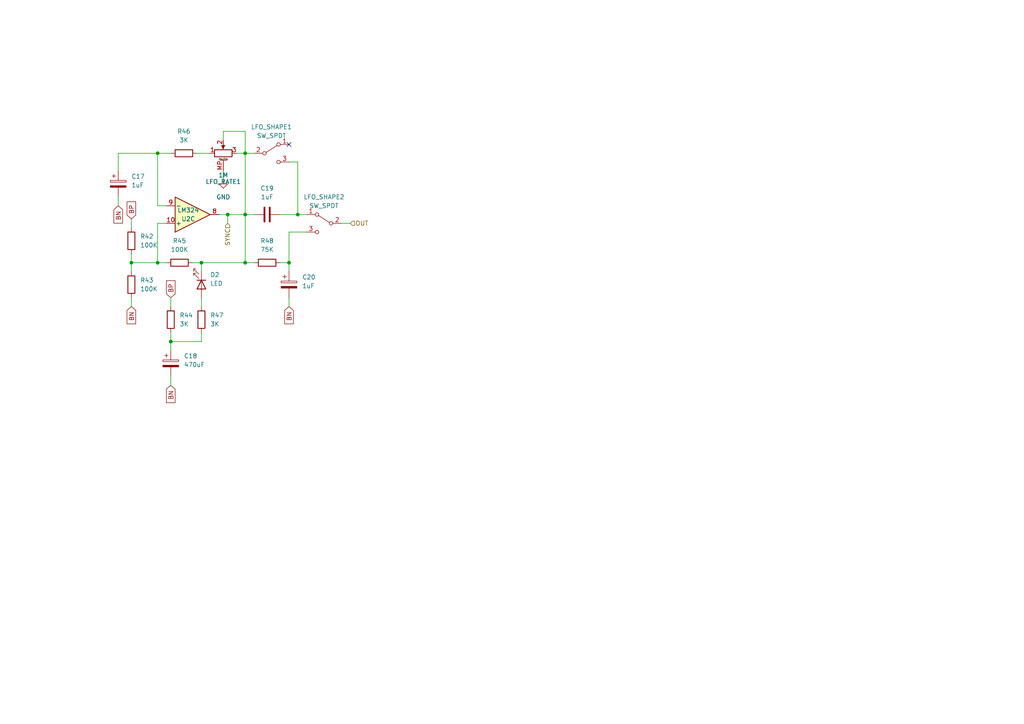
<source format=kicad_sch>
(kicad_sch (version 20230121) (generator eeschema)
  (paper "A4")
  (lib_symbols
    (symbol "Amplifier_Operational:LM324" (pin_names (offset 0.127))
      (property "Reference" "U" (at 0 5.08 0))
      (property "Value" "LM324" (at 0 -5.08 0))
      (symbol "LM324_1_1"
        (polyline (pts (xy -5.08 5.08) (xy 5.08 0) (xy -5.08 -5.08) (xy -5.08 5.08)) (stroke (width 0.254)) (fill (type background)))
        (pin output line (at 7.62 0 180) (length 2.54) (name "~") (number "1"))
        (pin input line (at -7.62 -2.54 0) (length 2.54) (name "-") (number "2"))
        (pin input line (at -7.62 2.54 0) (length 2.54) (name "+") (number "3"))
      )
      (symbol "LM324_2_1"
        (polyline (pts (xy -5.08 5.08) (xy 5.08 0) (xy -5.08 -5.08) (xy -5.08 5.08)) (stroke (width 0.254)) (fill (type background)))
        (pin input line (at -7.62 2.54 0) (length 2.54) (name "+") (number "5"))
        (pin input line (at -7.62 -2.54 0) (length 2.54) (name "-") (number "6"))
        (pin output line (at 7.62 0 180) (length 2.54) (name "~") (number "7"))
      )
      (symbol "LM324_3_1"
        (polyline (pts (xy -5.08 5.08) (xy 5.08 0) (xy -5.08 -5.08) (xy -5.08 5.08)) (stroke (width 0.254)) (fill (type background)))
        (pin input line (at -7.62 2.54 0) (length 2.54) (name "+") (number "10"))
        (pin output line (at 7.62 0 180) (length 2.54) (name "~") (number "8"))
        (pin input line (at -7.62 -2.54 0) (length 2.54) (name "-") (number "9"))
      )
      (symbol "LM324_4_1"
        (polyline (pts (xy -5.08 5.08) (xy 5.08 0) (xy -5.08 -5.08) (xy -5.08 5.08)) (stroke (width 0.254)) (fill (type background)))
        (pin input line (at -7.62 2.54 0) (length 2.54) (name "+") (number "12"))
        (pin input line (at -7.62 -2.54 0) (length 2.54) (name "-") (number "13"))
        (pin output line (at 7.62 0 180) (length 2.54) (name "~") (number "14"))
      )
      (symbol "LM324_5_1"
        (pin power_in line (at -2.54 -7.62 90) (length 3.81) (name "V-") (number "11"))
        (pin power_in line (at -2.54 7.62 270) (length 3.81) (name "V+") (number "4"))
      )
    )
    (symbol "Device:C" (pin_numbers hide) (pin_names (offset 0.254))
      (property "Reference" "C" (at 0.635 2.54 0))
      (property "Value" "C" (at 0.635 -2.54 0))
      (symbol "C_0_1"
        (polyline (pts (xy -2.032 -0.762) (xy 2.032 -0.762)) (stroke (width 0.508)))
        (polyline (pts (xy -2.032 0.762) (xy 2.032 0.762)) (stroke (width 0.508)))
      )
      (symbol "C_1_1"
        (pin passive line (at 0 3.81 270) (length 2.794) (name "~") (number "1"))
        (pin passive line (at 0 -3.81 90) (length 2.794) (name "~") (number "2"))
      )
    )
    (symbol "Device:C_Polarized" (pin_numbers hide) (pin_names (offset 0.254))
      (property "Reference" "C" (at 0.635 2.54 0))
      (property "Value" "C_Polarized" (at 0.635 -2.54 0))
      (symbol "C_Polarized_0_1"
        (rectangle (start -2.286 0.508) (end 2.286 1.016))
        (polyline (pts (xy -1.778 2.286) (xy -0.762 2.286)))
        (polyline (pts (xy -1.27 2.794) (xy -1.27 1.778)))
        (rectangle (start 2.286 -0.508) (end -2.286 -1.016) (fill (type outline)))
      )
      (symbol "C_Polarized_1_1"
        (pin passive line (at 0 3.81 270) (length 2.794) (name "~") (number "1"))
        (pin passive line (at 0 -3.81 90) (length 2.794) (name "~") (number "2"))
      )
    )
    (symbol "Device:LED" (pin_numbers hide) (pin_names (offset 1.016) hide)
      (property "Reference" "D" (at 0 2.54 0))
      (property "Value" "LED" (at 0 -2.54 0))
      (symbol "LED_0_1"
        (polyline (pts (xy -1.27 -1.27) (xy -1.27 1.27)) (stroke (width 0.254)))
        (polyline (pts (xy -1.27 0) (xy 1.27 0)))
        (polyline (pts (xy 1.27 -1.27) (xy 1.27 1.27) (xy -1.27 0) (xy 1.27 -1.27)) (stroke (width 0.254)))
        (polyline (pts (xy -3.048 -0.762) (xy -4.572 -2.286) (xy -3.81 -2.286) (xy -4.572 -2.286) (xy -4.572 -1.524)))
        (polyline (pts (xy -1.778 -0.762) (xy -3.302 -2.286) (xy -2.54 -2.286) (xy -3.302 -2.286) (xy -3.302 -1.524)))
      )
      (symbol "LED_1_1"
        (pin passive line (at -3.81 0 0) (length 2.54) (name "K") (number "1"))
        (pin passive line (at 3.81 0 180) (length 2.54) (name "A") (number "2"))
      )
    )
    (symbol "Device:R" (pin_numbers hide) (pin_names (offset 0))
      (property "Reference" "R" (at 2.032 0 90))
      (property "Value" "R" (at 0 0 90))
      (symbol "R_0_1"
        (rectangle (start -1.016 -2.54) (end 1.016 2.54) (stroke (width 0.254)))
      )
      (symbol "R_1_1"
        (pin passive line (at 0 3.81 270) (length 1.27) (name "~") (number "1"))
        (pin passive line (at 0 -3.81 90) (length 1.27) (name "~") (number "2"))
      )
    )
    (symbol "Device:R_Potentiometer_MountingPin" (pin_names (offset 1.016) hide)
      (property "Reference" "RV" (at -8.255 0 90))
      (property "Value" "R_Potentiometer_MountingPin" (at -6.35 0 90))
      (symbol "R_Potentiometer_MountingPin_0_1"
        (polyline (pts (xy 2.54 0) (xy 1.524 0)))
        (polyline (pts (xy 1.143 0) (xy 2.286 0.508) (xy 2.286 -0.508)) (fill (type outline)))
        (rectangle (start 1.016 2.54) (end -1.016 -2.54) (stroke (width 0.254)))
      )
      (symbol "R_Potentiometer_MountingPin_1_1"
        (polyline (pts (xy -2.032 1.016) (xy -2.032 -1.016)) (stroke (width 0.1524)))
        (text "Mounting" (at -1.651 0 900) (effects (font (size 0.381 0.381))))
        (pin passive line (at 0 3.81 270) (length 1.27) (name "1") (number "1"))
        (pin passive line (at 3.81 0 180) (length 1.27) (name "2") (number "2"))
        (pin passive line (at 0 -3.81 90) (length 1.27) (name "3") (number "3"))
        (pin passive line (at -5.08 0 0) (length 3.048) (name "MountPin") (number "MP"))
      )
    )
    (symbol "Switch:SW_SPDT" (pin_names (offset 0) hide)
      (property "Reference" "SW" (at 0 4.318 0))
      (property "Value" "SW_SPDT" (at 0 -5.08 0))
      (symbol "SW_SPDT_0_0"
        (circle (center -2.032 0) (radius 0.508))
        (circle (center 2.032 -2.54) (radius 0.508))
      )
      (symbol "SW_SPDT_0_1"
        (polyline (pts (xy -1.524 0.254) (xy 1.651 2.286)))
        (circle (center 2.032 2.54) (radius 0.508))
      )
      (symbol "SW_SPDT_1_1"
        (pin passive line (at 5.08 2.54 180) (length 2.54) (name "A") (number "1"))
        (pin passive line (at -5.08 0 0) (length 2.54) (name "B") (number "2"))
        (pin passive line (at 5.08 -2.54 180) (length 2.54) (name "C") (number "3"))
      )
    )
    (symbol "power:GND" (power) (pin_names (offset 0))
      (property "Value" "GND" (at 0 -3.81 0))
      (symbol "GND_0_1"
        (polyline (pts (xy 0 0) (xy 0 -1.27) (xy 1.27 -1.27) (xy 0 -2.54) (xy -1.27 -1.27) (xy 0 -1.27)))
      )
      (symbol "GND_1_1"
        (pin power_in line (at 0 0 270) (length 0) hide (name "GND") (number "1"))
      )
    )
  )
  (junction (at 66.04 62.23))
  (junction (at 71.12 76.2))
  (junction (at 38.1 76.2))
  (junction (at 45.72 76.2))
  (junction (at 45.72 44.45))
  (junction (at 86.36 62.23))
  (junction (at 58.42 76.2))
  (junction (at 71.12 62.23))
  (junction (at 49.53 99.06))
  (junction (at 71.12 44.45))
  (junction (at 83.82 76.2))
  (no_connect (at 83.82 41.91))
  (wire (pts (xy 45.72 64.77) (xy 45.72 76.2)))
  (wire (pts (xy 58.42 76.2) (xy 58.42 78.74)))
  (wire (pts (xy 83.82 76.2) (xy 81.28 76.2)))
  (wire (pts (xy 48.26 64.77) (xy 45.72 64.77)))
  (wire (pts (xy 58.42 96.52) (xy 58.42 99.06)))
  (wire (pts (xy 99.06 64.77) (xy 101.6 64.77)))
  (wire (pts (xy 66.04 62.23) (xy 66.04 64.77)))
  (wire (pts (xy 71.12 76.2) (xy 58.42 76.2)))
  (wire (pts (xy 49.53 96.52) (xy 49.53 99.06)))
  (wire (pts (xy 49.53 109.22) (xy 49.53 111.76)))
  (wire (pts (xy 71.12 62.23) (xy 66.04 62.23)))
  (wire (pts (xy 83.82 67.31) (xy 83.82 76.2)))
  (wire (pts (xy 49.53 99.06) (xy 49.53 101.6)))
  (wire (pts (xy 71.12 62.23) (xy 73.66 62.23)))
  (wire (pts (xy 81.28 62.23) (xy 86.36 62.23)))
  (wire (pts (xy 83.82 46.99) (xy 86.36 46.99)))
  (wire (pts (xy 83.82 86.36) (xy 83.82 88.9)))
  (wire (pts (xy 71.12 44.45) (xy 73.66 44.45)))
  (wire (pts (xy 71.12 76.2) (xy 73.66 76.2)))
  (wire (pts (xy 48.26 59.69) (xy 45.72 59.69)))
  (wire (pts (xy 64.77 38.1) (xy 71.12 38.1)))
  (wire (pts (xy 68.58 44.45) (xy 71.12 44.45)))
  (wire (pts (xy 38.1 76.2) (xy 38.1 78.74)))
  (wire (pts (xy 71.12 44.45) (xy 71.12 62.23)))
  (wire (pts (xy 45.72 76.2) (xy 48.26 76.2)))
  (wire (pts (xy 45.72 44.45) (xy 45.72 59.69)))
  (wire (pts (xy 58.42 86.36) (xy 58.42 88.9)))
  (wire (pts (xy 57.15 44.45) (xy 60.96 44.45)))
  (wire (pts (xy 38.1 63.5) (xy 38.1 66.04)))
  (wire (pts (xy 71.12 62.23) (xy 71.12 76.2)))
  (wire (pts (xy 64.77 49.53) (xy 64.77 52.07)))
  (wire (pts (xy 83.82 78.74) (xy 83.82 76.2)))
  (wire (pts (xy 38.1 86.36) (xy 38.1 88.9)))
  (wire (pts (xy 45.72 76.2) (xy 38.1 76.2)))
  (wire (pts (xy 45.72 44.45) (xy 49.53 44.45)))
  (wire (pts (xy 64.77 40.64) (xy 64.77 38.1)))
  (wire (pts (xy 66.04 62.23) (xy 63.5 62.23)))
  (wire (pts (xy 38.1 73.66) (xy 38.1 76.2)))
  (wire (pts (xy 86.36 46.99) (xy 86.36 62.23)))
  (wire (pts (xy 88.9 67.31) (xy 83.82 67.31)))
  (wire (pts (xy 49.53 86.36) (xy 49.53 88.9)))
  (wire (pts (xy 34.29 49.53) (xy 34.29 44.45)))
  (wire (pts (xy 55.88 76.2) (xy 58.42 76.2)))
  (wire (pts (xy 34.29 57.15) (xy 34.29 59.69)))
  (wire (pts (xy 58.42 99.06) (xy 49.53 99.06)))
  (wire (pts (xy 34.29 44.45) (xy 45.72 44.45)))
  (wire (pts (xy 86.36 62.23) (xy 88.9 62.23)))
  (wire (pts (xy 71.12 38.1) (xy 71.12 44.45)))
  (global_label "BN" (shape input) (at 83.82 88.9 270) (property "Intersheetrefs" "${INTERSHEET_REFS}" (effects hide)))
  (global_label "BP" (shape input) (at 38.1 63.5 90) (property "Intersheetrefs" "${INTERSHEET_REFS}" (effects hide)))
  (global_label "BN" (shape input) (at 34.29 59.69 270) (property "Intersheetrefs" "${INTERSHEET_REFS}" (effects hide)))
  (global_label "BP" (shape input) (at 49.53 86.36 90) (property "Intersheetrefs" "${INTERSHEET_REFS}" (effects hide)))
  (global_label "BN" (shape input) (at 49.53 111.76 270) (property "Intersheetrefs" "${INTERSHEET_REFS}" (effects hide)))
  (global_label "BN" (shape input) (at 38.1 88.9 270) (property "Intersheetrefs" "${INTERSHEET_REFS}" (effects hide)))
  (hierarchical_label "SYNC" (shape input) (at 66.04 64.77 270))
  (hierarchical_label "OUT" (shape input) (at 101.6 64.77 0))
  (symbol (lib_id "Device:C_Polarized") (at 49.53 105.41 0) (unit 1)
    (property "Reference" "C18" (at 53.34 103.251 0) (effects (justify left)))
    (property "Value" "470uF" (at 53.34 105.791 0) (effects (justify left)))
    (property "Footprint" "Capacitor_THT:CP_Radial_D8.0mm_P2.50mm" (effects hide))
  )
  (symbol (lib_id "Device:R") (at 58.42 92.71 180) (unit 1)
    (property "Reference" "R47" (at 60.96 91.44 0) (effects (justify right)))
    (property "Value" "3K" (at 60.96 93.98 0) (effects (justify right)))
    (property "Footprint" "Library:R_Axial_DIN0207_L6.3mm_D2.5mm_P7.62mm_Horizontal" (effects hide))
  )
  (symbol (lib_id "Device:C") (at 77.47 62.23 270) (unit 1)
    (property "Reference" "C19" (at 77.47 54.61 90))
    (property "Value" "1uF" (at 77.47 57.15 90))
    (property "Footprint" "Capacitor_THT:C_Radial_D5.0mm_H7.0mm_P2.00mm" (effects hide))
  )
  (symbol (lib_id "Device:R") (at 52.07 76.2 270) (unit 1)
    (property "Reference" "R45" (at 52.07 69.85 90))
    (property "Value" "100K" (at 52.07 72.39 90))
    (property "Footprint" "Library:R_Axial_DIN0207_L6.3mm_D2.5mm_P7.62mm_Horizontal" (effects hide))
  )
  (symbol (lib_id "Device:R") (at 38.1 69.85 180) (unit 1)
    (property "Reference" "R42" (at 40.64 68.58 0) (effects (justify right)))
    (property "Value" "100K" (at 40.64 71.12 0) (effects (justify right)))
    (property "Footprint" "Library:R_Axial_DIN0207_L6.3mm_D2.5mm_P7.62mm_Horizontal" (effects hide))
  )
  (symbol (lib_id "Device:R") (at 53.34 44.45 90) (unit 1)
    (property "Reference" "R46" (at 53.34 38.1 90))
    (property "Value" "3K" (at 53.34 40.64 90))
    (property "Footprint" "Library:R_Axial_DIN0207_L6.3mm_D2.5mm_P7.62mm_Horizontal" (effects hide))
  )
  (symbol (lib_id "Amplifier_Operational:LM324") (at 55.88 62.23 0) (mirror x) (unit 3)
    (property "Reference" "U2" (at 54.61 63.5 0))
    (property "Value" "LM324" (at 54.61 60.96 0))
    (property "Footprint" "Package_DIP:DIP-14_W7.62mm_Socket_LongPads" (effects hide))
    (property "Datasheet" "http://www.ti.com/lit/ds/symlink/lm2902-n.pdf" (effects hide))
  )
  (symbol (lib_id "Device:LED") (at 58.42 82.55 270) (unit 1)
    (property "Reference" "D2" (at 60.96 79.6925 90) (effects (justify left)))
    (property "Value" "LED" (at 60.96 82.2325 90) (effects (justify left)))
    (property "Footprint" "LED_THT:LED_D3.0mm" (effects hide))
  )
  (symbol (lib_id "Device:R") (at 49.53 92.71 180) (unit 1)
    (property "Reference" "R44" (at 52.07 91.44 0) (effects (justify right)))
    (property "Value" "3K" (at 52.07 93.98 0) (effects (justify right)))
    (property "Footprint" "Library:R_Axial_DIN0207_L6.3mm_D2.5mm_P7.62mm_Horizontal" (effects hide))
  )
  (symbol (lib_id "Device:C_Polarized") (at 34.29 53.34 0) (unit 1)
    (property "Reference" "C17" (at 38.1 51.181 0) (effects (justify left)))
    (property "Value" "1uF" (at 38.1 53.721 0) (effects (justify left)))
    (property "Footprint" "Capacitor_THT:CP_Radial_D5.0mm_P2.50mm" (effects hide))
  )
  (symbol (lib_id "Device:R") (at 77.47 76.2 270) (unit 1)
    (property "Reference" "R48" (at 77.47 69.85 90))
    (property "Value" "75K" (at 77.47 72.39 90))
    (property "Footprint" "Library:R_Axial_DIN0207_L6.3mm_D2.5mm_P7.62mm_Horizontal" (effects hide))
  )
  (symbol (lib_id "power:GND") (at 64.77 52.07 0) (unit 1)
    (property "Reference" "#PWR014" (effects hide))
    (property "Value" "GND" (at 64.77 57.15 0))
  )
  (symbol (lib_id "Device:R") (at 38.1 82.55 180) (unit 1)
    (property "Reference" "R43" (at 40.64 81.28 0) (effects (justify right)))
    (property "Value" "100K" (at 40.64 83.82 0) (effects (justify right)))
    (property "Footprint" "Library:R_Axial_DIN0207_L6.3mm_D2.5mm_P7.62mm_Horizontal" (effects hide))
  )
  (symbol (lib_id "Device:C_Polarized") (at 83.82 82.55 0) (unit 1)
    (property "Reference" "C20" (at 87.63 80.391 0) (effects (justify left)))
    (property "Value" "1uF" (at 87.63 82.931 0) (effects (justify left)))
    (property "Footprint" "Capacitor_THT:CP_Radial_D5.0mm_P2.50mm" (effects hide))
  )
  (symbol (lib_id "Switch:SW_SPDT") (at 78.74 44.45 0) (unit 1)
    (property "Reference" "LFO_SHAPE1" (at 78.74 36.83 0))
    (property "Value" "SW_SPDT" (at 78.74 39.37 0))
    (property "Footprint" "benjiaomodular:ToggleSwitch_MTS-102_SPDT" (effects hide))
  )
  (symbol (lib_id "Device:R_Potentiometer_MountingPin") (at 64.77 44.45 90) (unit 1)
    (property "Reference" "LFO_RATE1" (at 64.77 52.705 90))
    (property "Value" "1M" (at 64.77 50.8 90))
    (property "Footprint" "Library:Potentiometer_Bourns_PTV09A-1_Single_Vertical" (effects hide))
  )
  (symbol (lib_id "Switch:SW_SPDT") (at 93.98 64.77 0) (mirror y) (unit 1)
    (property "Reference" "LFO_SHAPE2" (at 93.98 57.15 0))
    (property "Value" "SW_SPDT" (at 93.98 59.69 0))
    (property "Footprint" "benjiaomodular:ToggleSwitch_MTS-102_SPDT" (effects hide))
  )
)
</source>
